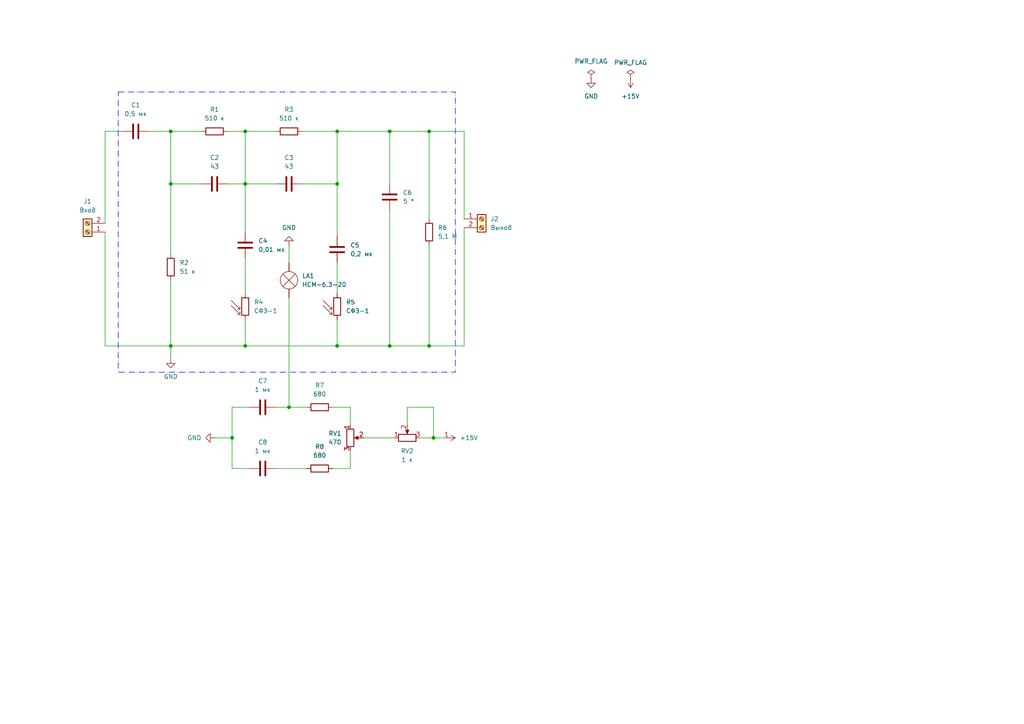
<source format=kicad_sch>
(kicad_sch (version 20231120) (generator "eeschema") (generator_version "8.0")
  (paper "A4")
  (lib_symbols
    (symbol "+15V_1" (power) (pin_names (offset 0) hide)
      (property "Value" "+15V" (at 0 3.556 0))
      (symbol "+15V_1_0_1"
        (polyline (pts (xy -0.762 1.27) (xy 0 2.54)))
        (polyline (pts (xy 0 0) (xy 0 2.54)))
        (polyline (pts (xy 0 2.54) (xy 0.762 1.27)))
      )
      (symbol "+15V_1_1_1"
        (pin power_in line (at 0 0 90) (length 0) (name "~") (number "1"))
      )
    )
    (symbol "Connector:Screw_Terminal_01x02" (pin_names (offset 1.016) hide)
      (property "Reference" "J" (at 0 2.54 0))
      (property "Value" "Screw_Terminal_01x02" (at 0 -5.08 0))
      (symbol "Screw_Terminal_01x02_1_1"
        (rectangle (start -1.27 1.27) (end 1.27 -3.81) (stroke (width 0.254)) (fill (type background)))
        (circle (center 0 -2.54) (radius 0.635) (stroke (width 0.1524)))
        (polyline (pts (xy -0.5334 -2.2098) (xy 0.3302 -3.048)) (stroke (width 0.1524)))
        (polyline (pts (xy -0.5334 0.3302) (xy 0.3302 -0.508)) (stroke (width 0.1524)))
        (polyline (pts (xy -0.3556 -2.032) (xy 0.508 -2.8702)) (stroke (width 0.1524)))
        (polyline (pts (xy -0.3556 0.508) (xy 0.508 -0.3302)) (stroke (width 0.1524)))
        (circle (center 0 0) (radius 0.635) (stroke (width 0.1524)))
        (pin passive line (at -5.08 0 0) (length 3.81) (name "Pin_1") (number "1"))
        (pin passive line (at -5.08 -2.54 0) (length 3.81) (name "Pin_2") (number "2"))
      )
    )
    (symbol "Device:C" (pin_numbers hide) (pin_names (offset 0.254))
      (property "Reference" "C" (at 0.635 2.54 0))
      (property "Value" "C" (at 0.635 -2.54 0))
      (symbol "C_0_1"
        (polyline (pts (xy -2.032 -0.762) (xy 2.032 -0.762)) (stroke (width 0.508)))
        (polyline (pts (xy -2.032 0.762) (xy 2.032 0.762)) (stroke (width 0.508)))
      )
      (symbol "C_1_1"
        (pin passive line (at 0 3.81 270) (length 2.794) (name "~") (number "1"))
        (pin passive line (at 0 -3.81 90) (length 2.794) (name "~") (number "2"))
      )
    )
    (symbol "Device:Lamp" (pin_numbers hide) (pin_names (offset 0.0254) hide)
      (property "Reference" "LA" (at 0.635 3.81 0))
      (property "Value" "Lamp" (at 0.635 -3.81 0))
      (symbol "Lamp_0_1"
        (polyline (pts (xy -1.778 1.778) (xy 1.778 -1.778)))
        (polyline (pts (xy 1.778 1.778) (xy -1.778 -1.778)))
        (circle (center 0 0) (radius 2.54))
      )
      (symbol "Lamp_1_1"
        (pin passive line (at 0 -5.08 90) (length 2.54) (name "-") (number "1"))
        (pin passive line (at 0 5.08 270) (length 2.54) (name "+") (number "2"))
      )
    )
    (symbol "Device:R" (pin_numbers hide) (pin_names (offset 0))
      (property "Reference" "R" (at 2.032 0 90))
      (property "Value" "R" (at 0 0 90))
      (symbol "R_0_1"
        (rectangle (start -1.016 -2.54) (end 1.016 2.54) (stroke (width 0.254)))
      )
      (symbol "R_1_1"
        (pin passive line (at 0 3.81 270) (length 1.27) (name "~") (number "1"))
        (pin passive line (at 0 -3.81 90) (length 1.27) (name "~") (number "2"))
      )
    )
    (symbol "Device:R_Photo" (pin_numbers hide) (pin_names (offset 0))
      (property "Reference" "R" (at 1.27 1.27 0))
      (property "Value" "R_Photo" (at 1.27 0 0))
      (symbol "R_Photo_0_1"
        (rectangle (start -1.016 2.54) (end 1.016 -2.54) (stroke (width 0.254)))
        (polyline (pts (xy -1.524 -2.286) (xy -4.064 0.254)))
        (polyline (pts (xy -1.524 -2.286) (xy -2.286 -2.286)))
        (polyline (pts (xy -1.524 -2.286) (xy -1.524 -1.524)))
        (polyline (pts (xy -1.524 -0.762) (xy -4.064 1.778)))
        (polyline (pts (xy -1.524 -0.762) (xy -2.286 -0.762)))
        (polyline (pts (xy -1.524 -0.762) (xy -1.524 0)))
      )
      (symbol "R_Photo_1_1"
        (pin passive line (at 0 3.81 270) (length 1.27) (name "~") (number "1"))
        (pin passive line (at 0 -3.81 90) (length 1.27) (name "~") (number "2"))
      )
    )
    (symbol "Device:R_Potentiometer" (pin_names (offset 1.016) hide)
      (property "Reference" "RV" (at -4.445 0 90))
      (property "Value" "R_Potentiometer" (at -2.54 0 90))
      (symbol "R_Potentiometer_0_1"
        (polyline (pts (xy 2.54 0) (xy 1.524 0)))
        (polyline (pts (xy 1.143 0) (xy 2.286 0.508) (xy 2.286 -0.508) (xy 1.143 0)) (fill (type outline)))
        (rectangle (start 1.016 2.54) (end -1.016 -2.54) (stroke (width 0.254)))
      )
      (symbol "R_Potentiometer_1_1"
        (pin passive line (at 0 3.81 270) (length 1.27) (name "1") (number "1"))
        (pin passive line (at 3.81 0 180) (length 1.27) (name "2") (number "2"))
        (pin passive line (at 0 -3.81 90) (length 1.27) (name "3") (number "3"))
      )
    )
    (symbol "power:+15V" (power) (pin_numbers hide) (pin_names (offset 0) hide)
      (property "Value" "+15V" (at 0 3.556 0))
      (symbol "+15V_0_1"
        (polyline (pts (xy -0.762 1.27) (xy 0 2.54)))
        (polyline (pts (xy 0 0) (xy 0 2.54)))
        (polyline (pts (xy 0 2.54) (xy 0.762 1.27)))
      )
      (symbol "+15V_1_1"
        (pin power_in line (at 0 0 90) (length 0) (name "~") (number "1"))
      )
    )
    (symbol "power:GND" (power) (pin_numbers hide) (pin_names (offset 0) hide)
      (property "Value" "GND" (at 0 -3.81 0))
      (symbol "GND_0_1"
        (polyline (pts (xy 0 0) (xy 0 -1.27) (xy 1.27 -1.27) (xy 0 -2.54) (xy -1.27 -1.27) (xy 0 -1.27)))
      )
      (symbol "GND_1_1"
        (pin power_in line (at 0 0 270) (length 0) (name "~") (number "1"))
      )
    )
    (symbol "power:PWR_FLAG" (power) (pin_numbers hide) (pin_names (offset 0) hide)
      (property "Value" "PWR_FLAG" (at 0 3.81 0))
      (symbol "PWR_FLAG_0_0"
        (pin power_out line (at 0 0 90) (length 0) (name "~") (number "1"))
      )
      (symbol "PWR_FLAG_0_1"
        (polyline (pts (xy 0 0) (xy 0 1.27) (xy -1.016 1.905) (xy 0 2.54) (xy 1.016 1.905) (xy 0 1.27)))
      )
    )
  )
  (junction (at 49.53 53.34))
  (junction (at 71.12 38.1))
  (junction (at 67.31 127))
  (junction (at 97.79 38.1))
  (junction (at 83.82 118.11))
  (junction (at 113.03 38.1))
  (junction (at 71.12 53.34))
  (junction (at 49.53 100.33))
  (junction (at 113.03 100.33))
  (junction (at 71.12 100.33))
  (junction (at 125.73 127))
  (junction (at 97.79 100.33))
  (junction (at 124.46 38.1))
  (junction (at 97.79 53.34))
  (junction (at 49.53 38.1))
  (junction (at 124.46 100.33))
  (wire (pts (xy 66.04 53.34) (xy 71.12 53.34)))
  (wire (pts (xy 71.12 74.93) (xy 71.12 85.09)))
  (wire (pts (xy 97.79 76.2) (xy 97.79 85.09)))
  (wire (pts (xy 67.31 118.11) (xy 67.31 127)))
  (wire (pts (xy 30.48 67.31) (xy 30.48 100.33)))
  (wire (pts (xy 80.01 118.11) (xy 83.82 118.11)))
  (wire (pts (xy 71.12 38.1) (xy 80.01 38.1)))
  (wire (pts (xy 30.48 38.1) (xy 30.48 64.77)))
  (wire (pts (xy 49.53 81.28) (xy 49.53 100.33)))
  (wire (pts (xy 101.6 123.19) (xy 101.6 118.11)))
  (wire (pts (xy 134.62 100.33) (xy 134.62 66.04)))
  (wire (pts (xy 97.79 92.71) (xy 97.79 100.33)))
  (wire (pts (xy 97.79 53.34) (xy 97.79 68.58)))
  (wire (pts (xy 83.82 71.12) (xy 83.82 76.2)))
  (wire (pts (xy 35.56 38.1) (xy 30.48 38.1)))
  (wire (pts (xy 71.12 92.71) (xy 71.12 100.33)))
  (wire (pts (xy 96.52 135.89) (xy 101.6 135.89)))
  (wire (pts (xy 83.82 86.36) (xy 83.82 118.11)))
  (wire (pts (xy 121.92 127) (xy 125.73 127)))
  (wire (pts (xy 71.12 53.34) (xy 71.12 67.31)))
  (wire (pts (xy 124.46 38.1) (xy 124.46 63.5)))
  (wire (pts (xy 30.48 100.33) (xy 49.53 100.33)))
  (wire (pts (xy 71.12 38.1) (xy 71.12 53.34)))
  (wire (pts (xy 71.12 53.34) (xy 80.01 53.34)))
  (wire (pts (xy 66.04 38.1) (xy 71.12 38.1)))
  (wire (pts (xy 134.62 63.5) (xy 134.62 38.1)))
  (wire (pts (xy 125.73 118.11) (xy 125.73 127)))
  (wire (pts (xy 87.63 53.34) (xy 97.79 53.34)))
  (wire (pts (xy 67.31 135.89) (xy 72.39 135.89)))
  (wire (pts (xy 113.03 60.96) (xy 113.03 100.33)))
  (wire (pts (xy 80.01 135.89) (xy 88.9 135.89)))
  (wire (pts (xy 125.73 127) (xy 129.54 127)))
  (wire (pts (xy 67.31 127) (xy 67.31 135.89)))
  (wire (pts (xy 71.12 100.33) (xy 97.79 100.33)))
  (wire (pts (xy 97.79 100.33) (xy 113.03 100.33)))
  (wire (pts (xy 113.03 53.34) (xy 113.03 38.1)))
  (wire (pts (xy 97.79 38.1) (xy 113.03 38.1)))
  (wire (pts (xy 49.53 38.1) (xy 58.42 38.1)))
  (wire (pts (xy 124.46 71.12) (xy 124.46 100.33)))
  (wire (pts (xy 83.82 118.11) (xy 88.9 118.11)))
  (wire (pts (xy 49.53 38.1) (xy 49.53 53.34)))
  (wire (pts (xy 101.6 135.89) (xy 101.6 130.81)))
  (wire (pts (xy 49.53 53.34) (xy 58.42 53.34)))
  (wire (pts (xy 118.11 123.19) (xy 118.11 118.11)))
  (wire (pts (xy 105.41 127) (xy 114.3 127)))
  (wire (pts (xy 49.53 100.33) (xy 49.53 104.14)))
  (wire (pts (xy 124.46 100.33) (xy 134.62 100.33)))
  (wire (pts (xy 124.46 38.1) (xy 113.03 38.1)))
  (wire (pts (xy 134.62 38.1) (xy 124.46 38.1)))
  (wire (pts (xy 49.53 100.33) (xy 71.12 100.33)))
  (wire (pts (xy 97.79 38.1) (xy 97.79 53.34)))
  (wire (pts (xy 118.11 118.11) (xy 125.73 118.11)))
  (wire (pts (xy 113.03 100.33) (xy 124.46 100.33)))
  (wire (pts (xy 87.63 38.1) (xy 97.79 38.1)))
  (wire (pts (xy 43.18 38.1) (xy 49.53 38.1)))
  (wire (pts (xy 49.53 53.34) (xy 49.53 73.66)))
  (wire (pts (xy 72.39 118.11) (xy 67.31 118.11)))
  (wire (pts (xy 62.23 127) (xy 67.31 127)))
  (wire (pts (xy 101.6 118.11) (xy 96.52 118.11)))
  (rectangle (start 34.29 26.67) (end 132.08 107.95) (stroke (width 0) (type dash_dot)))
  (symbol (lib_id "Device:C") (at 71.12 71.12 180) (unit 1)
    (property "Reference" "C4" (at 74.93 69.8499 0) (effects (justify right)))
    (property "Value" "0,01 мк" (at 74.93 72.3899 0) (effects (justify right)))
    (property "Description" "Unpolarized capacitor" (effects (hide yes)))
  )
  (symbol (lib_id "Device:C") (at 76.2 135.89 270) (unit 1)
    (property "Reference" "C8" (at 76.2 128.27 90))
    (property "Value" "1 мк" (at 76.2 130.81 90))
    (property "Description" "Unpolarized capacitor" (effects (hide yes)))
  )
  (symbol (lib_id "Device:C") (at 83.82 53.34 90) (unit 1)
    (property "Reference" "C3" (at 83.82 45.72 90))
    (property "Value" "43" (at 83.82 48.26 90))
    (property "Description" "Unpolarized capacitor" (effects (hide yes)))
  )
  (symbol (lib_id "Device:R_Photo") (at 71.12 88.9 0) (unit 1)
    (property "Reference" "R4" (at 73.66 87.6299 0) (effects (justify left)))
    (property "Value" "СФЗ-1" (at 73.66 90.1699 0) (effects (justify left)))
    (property "Description" "Photoresistor" (effects (hide yes)))
  )
  (symbol (lib_id "power:PWR_FLAG") (at 182.88 22.86 0) (unit 1)
    (property "Reference" "#FLG02" (effects (hide yes)))
    (property "Value" "PWR_FLAG" (at 182.88 18.1444 0))
    (property "Description" "Special symbol for telling ERC where power comes from" (effects (hide yes)))
  )
  (symbol (lib_id "Connector:Screw_Terminal_01x02") (at 25.4 67.31 180) (unit 1)
    (property "Reference" "J1" (at 25.4 58.42 0))
    (property "Value" "Вход" (at 25.4 60.96 0))
    (property "Description" "Generic screw terminal, single row, 01x02, script generated (kicad-library-utils/schlib/autogen/connector/)" (effects (hide yes)))
  )
  (symbol (lib_id "Device:Lamp") (at 83.82 81.28 0) (unit 1)
    (property "Reference" "LA1" (at 87.63 80.0099 0) (effects (justify left)))
    (property "Value" "НСМ-6.3-20" (at 87.63 82.5499 0) (effects (justify left)))
    (property "Description" "Lamp" (effects (hide yes)))
  )
  (symbol (lib_id "Device:C") (at 97.79 72.39 180) (unit 1)
    (property "Reference" "C5" (at 101.6 71.1199 0) (effects (justify right)))
    (property "Value" "0,2 мк" (at 101.6 73.6599 0) (effects (justify right)))
    (property "Description" "Unpolarized capacitor" (effects (hide yes)))
  )
  (symbol (lib_id "Device:C") (at 62.23 53.34 90) (unit 1)
    (property "Reference" "C2" (at 62.23 45.72 90))
    (property "Value" "43" (at 62.23 48.26 90))
    (property "Description" "Unpolarized capacitor" (effects (hide yes)))
  )
  (symbol (lib_id "Device:R") (at 92.71 135.89 90) (unit 1)
    (property "Reference" "R8" (at 92.71 129.54 90))
    (property "Value" "680" (at 92.71 132.08 90))
    (property "Description" "Resistor" (effects (hide yes)))
  )
  (symbol (lib_id "power:GND") (at 49.53 104.14 0) (unit 1)
    (property "Reference" "#PWR04" (effects (hide yes)))
    (property "Value" "GND" (at 49.53 109.22 0))
    (property "Description" "Power symbol creates a global label with name \"GND\" , ground" (effects (hide yes)))
  )
  (symbol (lib_id "Connector:Screw_Terminal_01x02") (at 139.7 63.5 0) (unit 1)
    (property "Reference" "J2" (at 142.24 63.4999 0) (effects (justify left)))
    (property "Value" "Выход" (at 142.24 66.0399 0) (effects (justify left)))
    (property "Description" "Generic screw terminal, single row, 01x02, script generated (kicad-library-utils/schlib/autogen/connector/)" (effects (hide yes)))
  )
  (symbol (lib_id "Device:C") (at 76.2 118.11 270) (unit 1)
    (property "Reference" "C7" (at 76.2 110.49 90))
    (property "Value" "1 мк" (at 76.2 113.03 90))
    (property "Description" "Unpolarized capacitor" (effects (hide yes)))
  )
  (symbol (lib_id "power:GND") (at 171.45 22.86 0) (unit 1)
    (property "Reference" "#PWR02" (effects (hide yes)))
    (property "Value" "GND" (at 171.45 27.94 0))
    (property "Description" "Power symbol creates a global label with name \"GND\" , ground" (effects (hide yes)))
  )
  (symbol (lib_name "+15V_1") (lib_id "power:+15V") (at 129.54 127 270) (unit 1)
    (property "Reference" "#PWR03" (effects (hide yes)))
    (property "Value" "+15V" (at 133.35 126.9999 90) (effects (justify left)))
    (property "Description" "Power symbol creates a global label with name \"+15V\"" (effects (hide yes)))
  )
  (symbol (lib_id "Device:R") (at 92.71 118.11 90) (unit 1)
    (property "Reference" "R7" (at 92.71 111.76 90))
    (property "Value" "680" (at 92.71 114.3 90))
    (property "Description" "Resistor" (effects (hide yes)))
  )
  (symbol (lib_id "power:GND") (at 83.82 71.12 180) (unit 1)
    (property "Reference" "#PWR05" (effects (hide yes)))
    (property "Value" "GND" (at 83.82 66.04 0))
    (property "Description" "Power symbol creates a global label with name \"GND\" , ground" (effects (hide yes)))
  )
  (symbol (lib_id "power:PWR_FLAG") (at 171.45 22.86 0) (unit 1)
    (property "Reference" "#FLG01" (effects (hide yes)))
    (property "Value" "PWR_FLAG" (at 171.45 17.78 0))
    (property "Description" "Special symbol for telling ERC where power comes from" (effects (hide yes)))
  )
  (symbol (lib_id "Device:R_Potentiometer") (at 118.11 127 90) (unit 1)
    (property "Reference" "RV2" (at 118.11 130.81 90))
    (property "Value" "1 к" (at 118.11 133.35 90))
    (property "Description" "Potentiometer" (effects (hide yes)))
  )
  (symbol (lib_id "Device:R_Potentiometer") (at 101.6 127 0) (unit 1)
    (property "Reference" "RV1" (at 99.06 125.7299 0) (effects (justify right)))
    (property "Value" "470" (at 99.06 128.2699 0) (effects (justify right)))
    (property "Description" "Potentiometer" (effects (hide yes)))
  )
  (symbol (lib_id "Device:R_Photo") (at 97.79 88.9 0) (unit 1)
    (property "Reference" "R5" (at 100.33 87.6299 0) (effects (justify left)))
    (property "Value" "СФЗ-1" (at 100.33 90.1699 0) (effects (justify left)))
    (property "Description" "Photoresistor" (effects (hide yes)))
  )
  (symbol (lib_id "Device:C") (at 113.03 57.15 180) (unit 1)
    (property "Reference" "C6" (at 116.84 55.8799 0) (effects (justify right)))
    (property "Value" "5 *" (at 116.84 58.4199 0) (effects (justify right)))
    (property "Description" "Unpolarized capacitor" (effects (hide yes)))
  )
  (symbol (lib_id "Device:R") (at 49.53 77.47 180) (unit 1)
    (property "Reference" "R2" (at 52.07 76.1999 0) (effects (justify right)))
    (property "Value" "51 к" (at 52.07 78.7399 0) (effects (justify right)))
    (property "Description" "Resistor" (effects (hide yes)))
  )
  (symbol (lib_id "power:GND") (at 62.23 127 270) (unit 1)
    (property "Reference" "#PWR06" (effects (hide yes)))
    (property "Value" "GND" (at 58.42 126.9999 90) (effects (justify right)))
    (property "Description" "Power symbol creates a global label with name \"GND\" , ground" (effects (hide yes)))
  )
  (symbol (lib_id "Device:R") (at 62.23 38.1 90) (unit 1)
    (property "Reference" "R1" (at 62.23 31.75 90))
    (property "Value" "510 к" (at 62.23 34.29 90))
    (property "Description" "Resistor" (effects (hide yes)))
  )
  (symbol (lib_id "Device:R") (at 124.46 67.31 180) (unit 1)
    (property "Reference" "R6" (at 127 66.0399 0) (effects (justify right)))
    (property "Value" "5,1 М" (at 127 68.5799 0) (effects (justify right)))
    (property "Description" "Resistor" (effects (hide yes)))
  )
  (symbol (lib_id "Device:C") (at 39.37 38.1 90) (unit 1)
    (property "Reference" "C1" (at 39.37 30.48 90))
    (property "Value" "0,5 мк" (at 39.37 33.02 90))
    (property "Description" "Unpolarized capacitor" (effects (hide yes)))
  )
  (symbol (lib_id "Device:R") (at 83.82 38.1 90) (unit 1)
    (property "Reference" "R3" (at 83.82 31.75 90))
    (property "Value" "510 к" (at 83.82 34.29 90))
    (property "Description" "Resistor" (effects (hide yes)))
  )
  (symbol (lib_id "power:+15V") (at 182.88 22.86 180) (unit 1)
    (property "Reference" "#PWR01" (effects (hide yes)))
    (property "Value" "+15V" (at 182.88 27.94 0))
    (property "Description" "Power symbol creates a global label with name \"+15V\"" (effects (hide yes)))
  )
)
</source>
